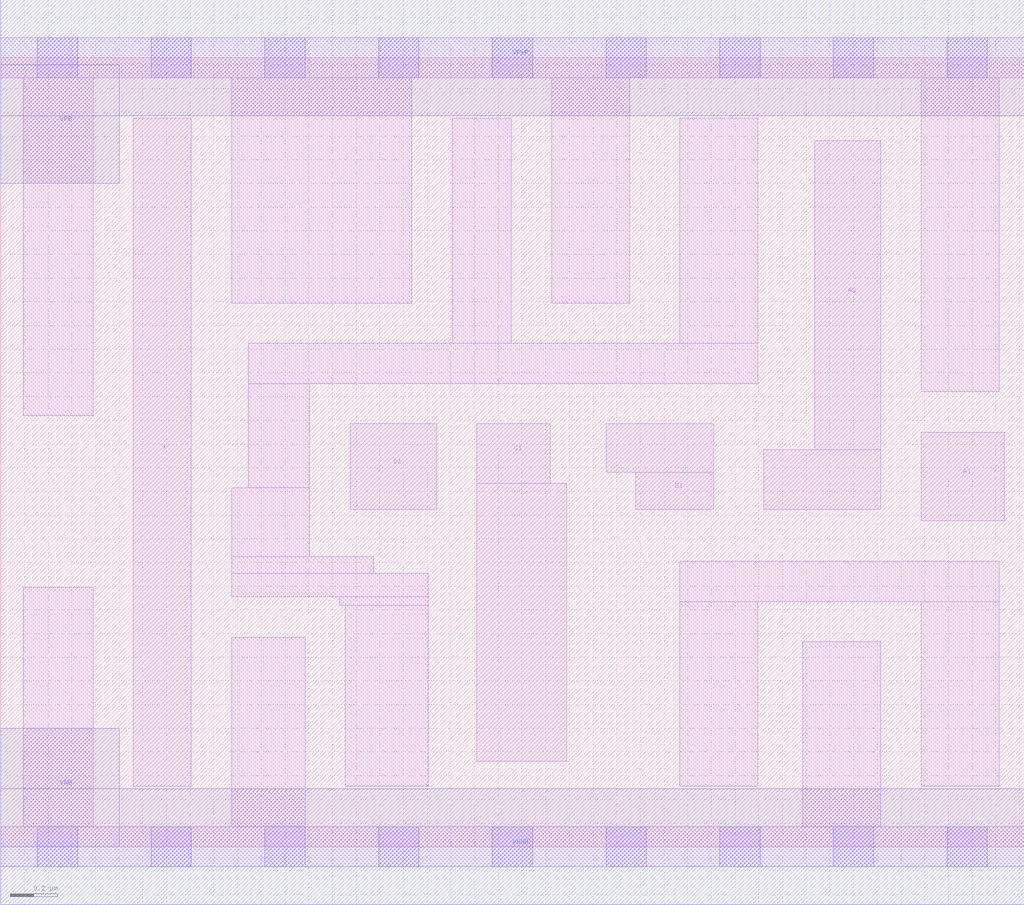
<source format=lef>
# Copyright 2020 The SkyWater PDK Authors
#
# Licensed under the Apache License, Version 2.0 (the "License");
# you may not use this file except in compliance with the License.
# You may obtain a copy of the License at
#
#     https://www.apache.org/licenses/LICENSE-2.0
#
# Unless required by applicable law or agreed to in writing, software
# distributed under the License is distributed on an "AS IS" BASIS,
# WITHOUT WARRANTIES OR CONDITIONS OF ANY KIND, either express or implied.
# See the License for the specific language governing permissions and
# limitations under the License.
#
# SPDX-License-Identifier: Apache-2.0

VERSION 5.5 ;
NAMESCASESENSITIVE ON ;
BUSBITCHARS "[]" ;
DIVIDERCHAR "/" ;
MACRO sky130_fd_sc_lp__o2111a_2
  CLASS CORE ;
  SOURCE USER ;
  ORIGIN  0.000000  0.000000 ;
  SIZE  4.320000 BY  3.330000 ;
  SYMMETRY X Y R90 ;
  SITE unit ;
  PIN A1
    ANTENNAGATEAREA  0.315000 ;
    DIRECTION INPUT ;
    USE SIGNAL ;
    PORT
      LAYER li1 ;
        RECT 3.885000 1.375000 4.235000 1.750000 ;
    END
  END A1
  PIN A2
    ANTENNAGATEAREA  0.315000 ;
    DIRECTION INPUT ;
    USE SIGNAL ;
    PORT
      LAYER li1 ;
        RECT 3.220000 1.425000 3.715000 1.675000 ;
        RECT 3.435000 1.675000 3.715000 2.980000 ;
    END
  END A2
  PIN B1
    ANTENNAGATEAREA  0.315000 ;
    DIRECTION INPUT ;
    USE SIGNAL ;
    PORT
      LAYER li1 ;
        RECT 2.555000 1.580000 3.010000 1.785000 ;
        RECT 2.680000 1.425000 3.010000 1.580000 ;
    END
  END B1
  PIN C1
    ANTENNAGATEAREA  0.315000 ;
    DIRECTION INPUT ;
    USE SIGNAL ;
    PORT
      LAYER li1 ;
        RECT 2.010000 0.360000 2.390000 1.535000 ;
        RECT 2.010000 1.535000 2.320000 1.785000 ;
    END
  END C1
  PIN D1
    ANTENNAGATEAREA  0.315000 ;
    DIRECTION INPUT ;
    USE SIGNAL ;
    PORT
      LAYER li1 ;
        RECT 1.475000 1.425000 1.840000 1.785000 ;
    END
  END D1
  PIN X
    ANTENNADIFFAREA  0.588000 ;
    DIRECTION OUTPUT ;
    USE SIGNAL ;
    PORT
      LAYER li1 ;
        RECT 0.560000 0.255000 0.805000 3.075000 ;
    END
  END X
  PIN VGND
    DIRECTION INOUT ;
    USE GROUND ;
    PORT
      LAYER met1 ;
        RECT 0.000000 -0.245000 4.320000 0.245000 ;
    END
  END VGND
  PIN VNB
    DIRECTION INOUT ;
    USE GROUND ;
    PORT
      LAYER met1 ;
        RECT 0.000000 0.000000 0.500000 0.500000 ;
    END
  END VNB
  PIN VPB
    DIRECTION INOUT ;
    USE POWER ;
    PORT
      LAYER met1 ;
        RECT 0.000000 2.800000 0.500000 3.300000 ;
    END
  END VPB
  PIN VPWR
    DIRECTION INOUT ;
    USE POWER ;
    PORT
      LAYER met1 ;
        RECT 0.000000 3.085000 4.320000 3.575000 ;
    END
  END VPWR
  OBS
    LAYER li1 ;
      RECT 0.000000 -0.085000 4.320000 0.085000 ;
      RECT 0.000000  3.245000 4.320000 3.415000 ;
      RECT 0.095000  0.085000 0.390000 1.095000 ;
      RECT 0.095000  1.820000 0.390000 3.245000 ;
      RECT 0.975000  0.085000 1.285000 0.885000 ;
      RECT 0.975000  1.055000 1.805000 1.155000 ;
      RECT 0.975000  1.155000 1.575000 1.225000 ;
      RECT 0.975000  1.225000 1.305000 1.515000 ;
      RECT 0.975000  2.295000 1.735000 3.245000 ;
      RECT 1.045000  1.515000 1.305000 1.955000 ;
      RECT 1.045000  1.955000 3.195000 2.125000 ;
      RECT 1.430000  1.020000 1.805000 1.055000 ;
      RECT 1.455000  0.255000 1.805000 1.020000 ;
      RECT 1.905000  2.125000 2.155000 3.075000 ;
      RECT 2.325000  2.295000 2.655000 3.245000 ;
      RECT 2.865000  0.255000 3.195000 1.035000 ;
      RECT 2.865000  1.035000 4.215000 1.205000 ;
      RECT 2.865000  2.125000 3.195000 3.075000 ;
      RECT 3.385000  0.085000 3.715000 0.865000 ;
      RECT 3.885000  0.255000 4.215000 1.035000 ;
      RECT 3.885000  1.920000 4.215000 3.245000 ;
    LAYER mcon ;
      RECT 0.155000 -0.085000 0.325000 0.085000 ;
      RECT 0.155000  3.245000 0.325000 3.415000 ;
      RECT 0.635000 -0.085000 0.805000 0.085000 ;
      RECT 0.635000  3.245000 0.805000 3.415000 ;
      RECT 1.115000 -0.085000 1.285000 0.085000 ;
      RECT 1.115000  3.245000 1.285000 3.415000 ;
      RECT 1.595000 -0.085000 1.765000 0.085000 ;
      RECT 1.595000  3.245000 1.765000 3.415000 ;
      RECT 2.075000 -0.085000 2.245000 0.085000 ;
      RECT 2.075000  3.245000 2.245000 3.415000 ;
      RECT 2.555000 -0.085000 2.725000 0.085000 ;
      RECT 2.555000  3.245000 2.725000 3.415000 ;
      RECT 3.035000 -0.085000 3.205000 0.085000 ;
      RECT 3.035000  3.245000 3.205000 3.415000 ;
      RECT 3.515000 -0.085000 3.685000 0.085000 ;
      RECT 3.515000  3.245000 3.685000 3.415000 ;
      RECT 3.995000 -0.085000 4.165000 0.085000 ;
      RECT 3.995000  3.245000 4.165000 3.415000 ;
  END
END sky130_fd_sc_lp__o2111a_2

</source>
